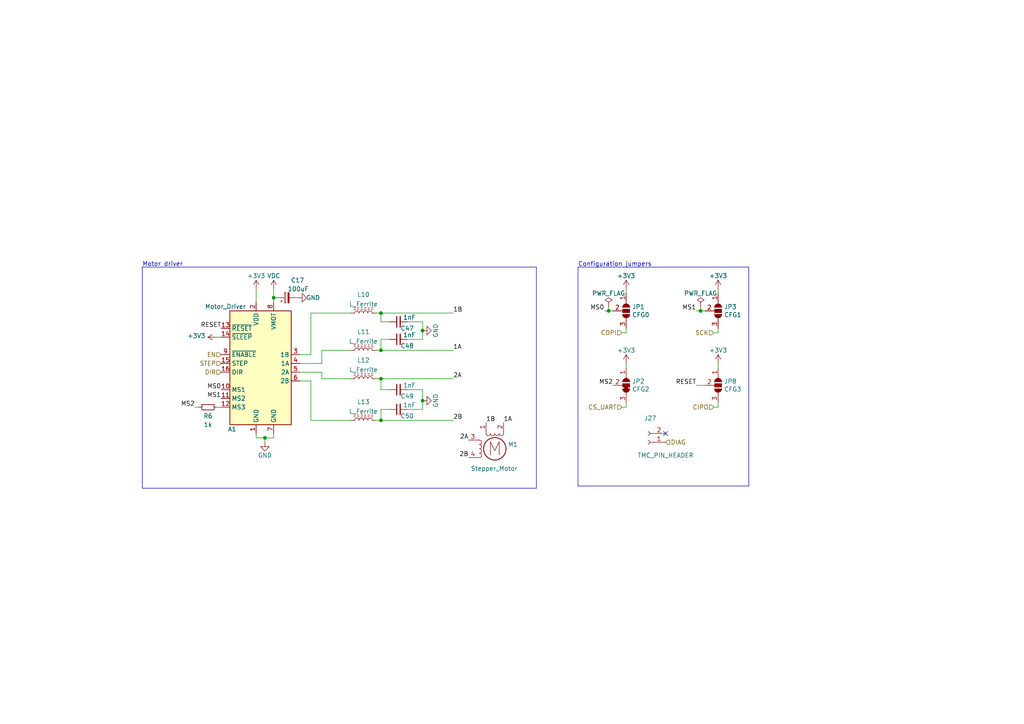
<source format=kicad_sch>
(kicad_sch (version 20230121) (generator eeschema)
  (paper "A4")
  (title_block (title "LumenPnP Motherboard") (date "2022-03-29") (rev "003") (company "Opulo"))
  (lib_symbols
    (symbol "Connector:Conn_01x02_Female" (pin_names (offset 1.016) hide)
      (property "Reference" "J" (at 0 2.54 0))
      (property "Value" "Conn_01x02_Female" (at 0 -5.08 0))
      (symbol "Conn_01x02_Female_1_1"
        (arc (start 0 -2.032) (mid -0.5058 -2.54) (end 0 -3.048) (stroke (width 0.1524)))
        (polyline (pts (xy -1.27 -2.54) (xy -0.508 -2.54)) (stroke (width 0.1524)))
        (polyline (pts (xy -1.27 0) (xy -0.508 0)) (stroke (width 0.1524)))
        (arc (start 0 0.508) (mid -0.5058 0) (end 0 -0.508) (stroke (width 0.1524)))
        (pin passive line (at -5.08 0 0) (length 3.81) (name "Pin_1") (number "1"))
        (pin passive line (at -5.08 -2.54 0) (length 3.81) (name "Pin_2") (number "2"))
      )
    )
    (symbol "Device:C_Polarized_Small" (pin_numbers hide) (pin_names (offset 0.254) hide)
      (property "Reference" "C" (at 0.254 1.778 0))
      (property "Value" "C_Polarized_Small" (at 0.254 -2.032 0))
      (symbol "C_Polarized_Small_0_1"
        (rectangle (start -1.524 -0.3048) (end 1.524 -0.6858) (fill (type outline)))
        (rectangle (start -1.524 0.6858) (end 1.524 0.3048))
        (polyline (pts (xy -1.27 1.524) (xy -0.762 1.524)))
        (polyline (pts (xy -1.016 1.27) (xy -1.016 1.778)))
      )
      (symbol "C_Polarized_Small_1_1"
        (pin passive line (at 0 2.54 270) (length 1.8542) (name "~") (number "1"))
        (pin passive line (at 0 -2.54 90) (length 1.8542) (name "~") (number "2"))
      )
    )
    (symbol "Device:C_Small" (pin_numbers hide) (pin_names (offset 0.254) hide)
      (property "Reference" "C" (at 0.254 1.778 0))
      (property "Value" "C_Small" (at 0.254 -2.032 0))
      (symbol "C_Small_0_1"
        (polyline (pts (xy -1.524 -0.508) (xy 1.524 -0.508)) (stroke (width 0.3302)))
        (polyline (pts (xy -1.524 0.508) (xy 1.524 0.508)) (stroke (width 0.3048)))
      )
      (symbol "C_Small_1_1"
        (pin passive line (at 0 2.54 270) (length 2.032) (name "~") (number "1"))
        (pin passive line (at 0 -2.54 90) (length 2.032) (name "~") (number "2"))
      )
    )
    (symbol "Device:L_Ferrite" (pin_numbers hide) (pin_names (offset 1.016) hide)
      (property "Reference" "L" (at -1.27 0 90))
      (property "Value" "L_Ferrite" (at 2.794 0 90))
      (symbol "L_Ferrite_0_1"
        (arc (start 0 -2.54) (mid 0.6323 -1.905) (end 0 -1.27))
        (arc (start 0 -1.27) (mid 0.6323 -0.635) (end 0 0))
        (polyline (pts (xy 1.016 -2.794) (xy 1.016 -2.286)))
        (polyline (pts (xy 1.016 -1.778) (xy 1.016 -1.27)))
        (polyline (pts (xy 1.016 -0.762) (xy 1.016 -0.254)))
        (polyline (pts (xy 1.016 0.254) (xy 1.016 0.762)))
        (polyline (pts (xy 1.016 1.27) (xy 1.016 1.778)))
        (polyline (pts (xy 1.016 2.286) (xy 1.016 2.794)))
        (polyline (pts (xy 1.524 -2.286) (xy 1.524 -2.794)))
        (polyline (pts (xy 1.524 -1.27) (xy 1.524 -1.778)))
        (polyline (pts (xy 1.524 -0.254) (xy 1.524 -0.762)))
        (polyline (pts (xy 1.524 0.762) (xy 1.524 0.254)))
        (polyline (pts (xy 1.524 1.778) (xy 1.524 1.27)))
        (polyline (pts (xy 1.524 2.794) (xy 1.524 2.286)))
        (arc (start 0 0) (mid 0.6323 0.635) (end 0 1.27))
        (arc (start 0 1.27) (mid 0.6323 1.905) (end 0 2.54))
      )
      (symbol "L_Ferrite_1_1"
        (pin passive line (at 0 3.81 270) (length 1.27) (name "1") (number "1"))
        (pin passive line (at 0 -3.81 90) (length 1.27) (name "2") (number "2"))
      )
    )
    (symbol "Device:R_Small" (pin_numbers hide) (pin_names (offset 0.254) hide)
      (property "Reference" "R" (at 0.762 0.508 0))
      (property "Value" "R_Small" (at 0.762 -1.016 0))
      (symbol "R_Small_0_1"
        (rectangle (start -0.762 1.778) (end 0.762 -1.778) (stroke (width 0.2032)))
      )
      (symbol "R_Small_1_1"
        (pin passive line (at 0 2.54 270) (length 0.762) (name "~") (number "1"))
        (pin passive line (at 0 -2.54 90) (length 0.762) (name "~") (number "2"))
      )
    )
    (symbol "Driver_Motor:Pololu_Breakout_A4988"
      (property "Reference" "A" (at -2.54 19.05 0))
      (property "Value" "Pololu_Breakout_A4988" (at -2.54 16.51 0))
      (symbol "Pololu_Breakout_A4988_0_1"
        (rectangle (start 10.16 -17.78) (end -7.62 15.24) (stroke (width 0.254)) (fill (type background)))
      )
      (symbol "Pololu_Breakout_A4988_1_1"
        (pin power_in line (at 0 -20.32 90) (length 2.54) (name "GND") (number "1"))
        (pin input line (at -10.16 -7.62 0) (length 2.54) (name "MS1") (number "10"))
        (pin input line (at -10.16 -10.16 0) (length 2.54) (name "MS2") (number "11"))
        (pin input line (at -10.16 -12.7 0) (length 2.54) (name "MS3") (number "12"))
        (pin input line (at -10.16 10.16 0) (length 2.54) (name "~{RESET}") (number "13"))
        (pin input line (at -10.16 7.62 0) (length 2.54) (name "~{SLEEP}") (number "14"))
        (pin input line (at -10.16 0 0) (length 2.54) (name "STEP") (number "15"))
        (pin input line (at -10.16 -2.54 0) (length 2.54) (name "DIR") (number "16"))
        (pin power_in line (at 0 17.78 270) (length 2.54) (name "VDD") (number "2"))
        (pin output line (at 12.7 2.54 180) (length 2.54) (name "1B") (number "3"))
        (pin output line (at 12.7 0 180) (length 2.54) (name "1A") (number "4"))
        (pin output line (at 12.7 -2.54 180) (length 2.54) (name "2A") (number "5"))
        (pin output line (at 12.7 -5.08 180) (length 2.54) (name "2B") (number "6"))
        (pin power_in line (at 5.08 -20.32 90) (length 2.54) (name "GND") (number "7"))
        (pin power_in line (at 5.08 17.78 270) (length 2.54) (name "VMOT") (number "8"))
        (pin input line (at -10.16 2.54 0) (length 2.54) (name "~{ENABLE}") (number "9"))
      )
    )
    (symbol "Jumper:SolderJumper_3_Open" (pin_names (offset 0) hide)
      (property "Reference" "JP" (at -2.54 -2.54 0))
      (property "Value" "SolderJumper_3_Open" (at 0 2.794 0))
      (symbol "SolderJumper_3_Open_0_1"
        (arc (start -1.016 1.016) (mid -2.0276 0) (end -1.016 -1.016))
        (arc (start -1.016 1.016) (mid -2.0276 0) (end -1.016 -1.016) (fill (type outline)))
        (rectangle (start -0.508 1.016) (end 0.508 -1.016) (fill (type outline)))
        (polyline (pts (xy -2.54 0) (xy -2.032 0)))
        (polyline (pts (xy -1.016 1.016) (xy -1.016 -1.016)))
        (polyline (pts (xy 0 -1.27) (xy 0 -1.016)))
        (polyline (pts (xy 1.016 1.016) (xy 1.016 -1.016)))
        (polyline (pts (xy 2.54 0) (xy 2.032 0)))
        (arc (start 1.016 -1.016) (mid 2.0276 0) (end 1.016 1.016))
        (arc (start 1.016 -1.016) (mid 2.0276 0) (end 1.016 1.016) (fill (type outline)))
      )
      (symbol "SolderJumper_3_Open_1_1"
        (pin passive line (at -5.08 0 0) (length 2.54) (name "A") (number "1"))
        (pin passive line (at 0 -3.81 90) (length 2.54) (name "C") (number "2"))
        (pin passive line (at 5.08 0 180) (length 2.54) (name "B") (number "3"))
      )
    )
    (symbol "Motor:Stepper_Motor_bipolar" (pin_names (offset 0) hide)
      (property "Reference" "M" (at 3.81 2.54 0))
      (property "Value" "Stepper_Motor_bipolar" (at 3.81 1.27 0))
      (symbol "Stepper_Motor_bipolar_0_0"
        (polyline (pts (xy -1.27 -1.778) (xy -1.27 2.032) (xy 0 -0.508) (xy 1.27 2.032) (xy 1.27 -1.778)))
      )
      (symbol "Stepper_Motor_bipolar_0_1"
        (arc (start -4.445 -2.54) (mid -3.8127 -1.905) (end -4.445 -1.27))
        (arc (start -4.445 -1.27) (mid -3.8127 -0.635) (end -4.445 0))
        (arc (start -4.445 0) (mid -3.8127 0.635) (end -4.445 1.27))
        (arc (start -4.445 1.27) (mid -3.8127 1.905) (end -4.445 2.54))
        (arc (start -2.54 4.445) (mid -1.905 3.8127) (end -1.27 4.445))
        (arc (start -1.27 4.445) (mid -0.635 3.8127) (end 0 4.445))
        (polyline (pts (xy -5.08 -2.54) (xy -4.445 -2.54)))
        (polyline (pts (xy -5.08 2.54) (xy -4.445 2.54)))
        (polyline (pts (xy -2.54 5.08) (xy -2.54 4.445)))
        (polyline (pts (xy 2.54 5.08) (xy 2.54 4.445)))
        (circle (center 0 0) (radius 3.2512) (stroke (width 0.254)))
        (arc (start 0 4.445) (mid 0.635 3.8127) (end 1.27 4.445))
        (arc (start 1.27 4.445) (mid 1.905 3.8127) (end 2.54 4.445))
      )
      (symbol "Stepper_Motor_bipolar_1_1"
        (pin passive line (at -2.54 7.62 270) (length 2.54) (name "~") (number "1"))
        (pin passive line (at 2.54 7.62 270) (length 2.54) (name "-") (number "2"))
        (pin passive line (at -7.62 2.54 0) (length 2.54) (name "~") (number "3"))
        (pin passive line (at -7.62 -2.54 0) (length 2.54) (name "~") (number "4"))
      )
    )
    (symbol "index:SolderJumper_3_Bridged23" (pin_names (offset 0) hide)
      (property "Reference" "JP" (at -2.54 -2.54 0))
      (property "Value" "SolderJumper_3_Bridged23" (at 0 2.794 0))
      (symbol "SolderJumper_3_Bridged23_0_1"
        (rectangle (start -1.016 0.508) (end -0.508 -0.508) (fill (type outline)))
        (arc (start -1.016 1.016) (mid -2.0276 0) (end -1.016 -1.016))
        (arc (start -1.016 1.016) (mid -2.0276 0) (end -1.016 -1.016) (fill (type outline)))
        (rectangle (start -0.508 1.016) (end 0.508 -1.016) (fill (type outline)))
        (polyline (pts (xy -2.54 0) (xy -2.032 0)))
        (polyline (pts (xy -1.016 1.016) (xy -1.016 -1.016)))
        (polyline (pts (xy 0 -1.27) (xy 0 -1.016)))
        (polyline (pts (xy 1.016 1.016) (xy 1.016 -1.016)))
        (polyline (pts (xy 2.54 0) (xy 2.032 0)))
        (arc (start 1.016 -1.016) (mid 2.0276 0) (end 1.016 1.016))
        (arc (start 1.016 -1.016) (mid 2.0276 0) (end 1.016 1.016) (fill (type outline)))
      )
      (symbol "SolderJumper_3_Bridged23_1_1"
        (pin passive line (at 5.08 0 180) (length 2.54) (name "B") (number "1"))
        (pin input line (at 0 -3.81 90) (length 2.54) (name "C") (number "2"))
        (pin passive line (at -5.08 0 0) (length 2.54) (name "A") (number "3"))
      )
    )
    (symbol "power:+3.3V" (power) (pin_names (offset 0))
      (property "Value" "+3.3V" (at 0 3.556 0))
      (symbol "+3.3V_0_1"
        (polyline (pts (xy -0.762 1.27) (xy 0 2.54)))
        (polyline (pts (xy 0 0) (xy 0 2.54)))
        (polyline (pts (xy 0 2.54) (xy 0.762 1.27)))
      )
      (symbol "+3.3V_1_1"
        (pin power_in line (at 0 0 90) (length 0) hide (name "+3V3") (number "1"))
      )
    )
    (symbol "power:+3V3" (power) (pin_names (offset 0))
      (property "Value" "+3V3" (at 0 3.556 0))
      (symbol "+3V3_0_1"
        (polyline (pts (xy -0.762 1.27) (xy 0 2.54)))
        (polyline (pts (xy 0 0) (xy 0 2.54)))
        (polyline (pts (xy 0 2.54) (xy 0.762 1.27)))
      )
      (symbol "+3V3_1_1"
        (pin power_in line (at 0 0 90) (length 0) hide (name "+3V3") (number "1"))
      )
    )
    (symbol "power:GND" (power) (pin_names (offset 0))
      (property "Value" "GND" (at 0 -3.81 0))
      (symbol "GND_0_1"
        (polyline (pts (xy 0 0) (xy 0 -1.27) (xy 1.27 -1.27) (xy 0 -2.54) (xy -1.27 -1.27) (xy 0 -1.27)))
      )
      (symbol "GND_1_1"
        (pin power_in line (at 0 0 270) (length 0) hide (name "GND") (number "1"))
      )
    )
    (symbol "power:PWR_FLAG" (power) (pin_numbers hide) (pin_names (offset 0) hide)
      (property "Value" "PWR_FLAG" (at 0 3.81 0))
      (symbol "PWR_FLAG_0_0"
        (pin power_out line (at 0 0 90) (length 0) (name "pwr") (number "1"))
      )
      (symbol "PWR_FLAG_0_1"
        (polyline (pts (xy 0 0) (xy 0 1.27) (xy -1.016 1.905) (xy 0 2.54) (xy 1.016 1.905) (xy 0 1.27)))
      )
    )
    (symbol "power:VDC" (power) (pin_names (offset 0))
      (property "Value" "VDC" (at 0 6.35 0))
      (symbol "VDC_0_1"
        (polyline (pts (xy -0.762 1.27) (xy 0 2.54)))
        (polyline (pts (xy 0 0) (xy 0 2.54)))
        (polyline (pts (xy 0 2.54) (xy 0.762 1.27)))
      )
      (symbol "VDC_1_1"
        (pin power_in line (at 0 0 90) (length 0) hide (name "VDC") (number "1"))
      )
    )
  )
  (junction (at 110.49 109.855))
  (junction (at 79.375 86.36))
  (junction (at 110.49 101.6))
  (junction (at 122.555 95.885))
  (junction (at 110.49 90.805))
  (junction (at 110.49 121.92))
  (junction (at 176.53 90.17))
  (junction (at 122.555 116.205))
  (junction (at 76.835 127))
  (junction (at 203.2 90.17))
  (no_connect (at 193.04 125.73))
  (wire (pts (xy 79.375 83.82) (xy 79.375 86.36)))
  (polyline (pts (xy 155.575 141.605) (xy 41.275 141.605)))
  (wire (pts (xy 110.49 90.805) (xy 131.445 90.805)))
  (wire (pts (xy 90.17 110.49) (xy 90.17 121.92)))
  (wire (pts (xy 180.34 96.52) (xy 181.61 96.52)))
  (wire (pts (xy 208.28 83.82) (xy 208.28 85.09)))
  (polyline (pts (xy 167.64 77.47) (xy 217.17 77.47)))
  (wire (pts (xy 207.01 96.52) (xy 208.28 96.52)))
  (wire (pts (xy 79.375 86.36) (xy 79.375 87.63)))
  (wire (pts (xy 122.555 116.205) (xy 122.555 118.745)))
  (wire (pts (xy 86.995 107.95) (xy 93.345 107.95)))
  (wire (pts (xy 86.995 105.41) (xy 93.345 105.41)))
  (wire (pts (xy 207.01 118.11) (xy 208.28 118.11)))
  (wire (pts (xy 110.49 121.92) (xy 110.49 118.745)))
  (wire (pts (xy 203.2 88.9) (xy 203.2 90.17)))
  (wire (pts (xy 175.26 90.17) (xy 176.53 90.17)))
  (wire (pts (xy 118.11 113.03) (xy 122.555 113.03)))
  (wire (pts (xy 74.295 127) (xy 76.835 127)))
  (wire (pts (xy 110.49 113.03) (xy 113.03 113.03)))
  (wire (pts (xy 176.53 90.17) (xy 177.8 90.17)))
  (polyline (pts (xy 41.275 77.47) (xy 155.575 77.47)))
  (wire (pts (xy 208.28 105.41) (xy 208.28 106.68)))
  (wire (pts (xy 93.345 109.855) (xy 101.6 109.855)))
  (wire (pts (xy 109.22 101.6) (xy 110.49 101.6)))
  (wire (pts (xy 110.49 98.425) (xy 113.03 98.425)))
  (wire (pts (xy 208.28 96.52) (xy 208.28 95.25)))
  (wire (pts (xy 122.555 118.745) (xy 118.11 118.745)))
  (wire (pts (xy 86.995 110.49) (xy 90.17 110.49)))
  (wire (pts (xy 93.345 101.6) (xy 101.6 101.6)))
  (polyline (pts (xy 167.64 77.47) (xy 167.64 140.97)))
  (wire (pts (xy 203.2 90.17) (xy 201.93 90.17)))
  (wire (pts (xy 122.555 95.885) (xy 122.555 93.345)))
  (wire (pts (xy 110.49 90.805) (xy 110.49 93.345)))
  (wire (pts (xy 203.2 90.17) (xy 204.47 90.17)))
  (wire (pts (xy 110.49 109.855) (xy 131.445 109.855)))
  (wire (pts (xy 122.555 98.425) (xy 122.555 95.885)))
  (wire (pts (xy 93.345 105.41) (xy 93.345 101.6)))
  (wire (pts (xy 79.375 86.36) (xy 80.645 86.36)))
  (wire (pts (xy 86.995 102.87) (xy 90.17 102.87)))
  (wire (pts (xy 208.28 118.11) (xy 208.28 116.84)))
  (wire (pts (xy 118.11 98.425) (xy 122.555 98.425)))
  (wire (pts (xy 181.61 96.52) (xy 181.61 95.25)))
  (polyline (pts (xy 155.575 77.47) (xy 155.575 141.605)))
  (wire (pts (xy 110.49 118.745) (xy 113.03 118.745)))
  (wire (pts (xy 110.49 101.6) (xy 131.445 101.6)))
  (wire (pts (xy 79.375 125.73) (xy 79.375 127)))
  (wire (pts (xy 180.34 118.11) (xy 181.61 118.11)))
  (polyline (pts (xy 217.17 140.97) (xy 167.64 140.97)))
  (wire (pts (xy 76.835 128.27) (xy 76.835 127)))
  (wire (pts (xy 74.295 127) (xy 74.295 125.73)))
  (wire (pts (xy 122.555 113.03) (xy 122.555 116.205)))
  (wire (pts (xy 110.49 109.855) (xy 110.49 113.03)))
  (wire (pts (xy 201.93 111.76) (xy 204.47 111.76)))
  (wire (pts (xy 181.61 105.41) (xy 181.61 106.68)))
  (polyline (pts (xy 217.17 77.47) (xy 217.17 140.97)))
  (wire (pts (xy 93.345 107.95) (xy 93.345 109.855)))
  (wire (pts (xy 110.49 121.92) (xy 131.445 121.92)))
  (wire (pts (xy 110.49 101.6) (xy 110.49 98.425)))
  (wire (pts (xy 90.17 90.805) (xy 90.17 102.87)))
  (wire (pts (xy 90.17 90.805) (xy 101.6 90.805)))
  (wire (pts (xy 90.17 121.92) (xy 101.6 121.92)))
  (wire (pts (xy 109.22 90.805) (xy 110.49 90.805)))
  (wire (pts (xy 181.61 118.11) (xy 181.61 116.84)))
  (wire (pts (xy 74.295 83.82) (xy 74.295 87.63)))
  (wire (pts (xy 62.865 97.79) (xy 64.135 97.79)))
  (wire (pts (xy 176.53 88.9) (xy 176.53 90.17)))
  (wire (pts (xy 85.725 86.36) (xy 86.36 86.36)))
  (wire (pts (xy 110.49 93.345) (xy 113.03 93.345)))
  (polyline (pts (xy 41.275 77.47) (xy 41.275 141.605)))
  (wire (pts (xy 56.515 118.11) (xy 57.785 118.11)))
  (wire (pts (xy 181.61 83.82) (xy 181.61 85.09)))
  (wire (pts (xy 122.555 93.345) (xy 118.11 93.345)))
  (wire (pts (xy 79.375 127) (xy 76.835 127)))
  (wire (pts (xy 109.22 121.92) (xy 110.49 121.92)))
  (wire (pts (xy 62.865 118.11) (xy 64.135 118.11)))
  (wire (pts (xy 109.22 109.855) (xy 110.49 109.855)))
  (text "Motor driver" (at 41.275 77.47 0) (effects (font (size 1.27 1.27)) (justify left bottom)))
  (text "Configuration jumpers" (at 167.64 77.47 0) (effects (font (size 1.27 1.27)) (justify left bottom)))
  (label "2B" (at 135.89 132.715 180))
  (label "RESET" (at 64.135 95.25 180))
  (label "2A" (at 135.89 127.635 180))
  (label "RESET" (at 201.93 111.76 180))
  (label "MS1" (at 64.135 115.57 180))
  (label "1A" (at 131.445 101.6 0))
  (label "MS0" (at 64.135 113.03 180))
  (label "2B" (at 131.445 121.92 0))
  (label "MS1" (at 201.93 90.17 180))
  (label "MS2" (at 177.8 111.76 180))
  (label "1B" (at 140.97 122.555 0))
  (label "2A" (at 131.445 109.855 0))
  (label "1B" (at 131.445 90.805 0))
  (label "MS2" (at 56.515 118.11 180))
  (label "1A" (at 146.05 122.555 0))
  (label "MS0" (at 175.26 90.17 180))
  (hierarchical_label "STEP" (shape input) (at 64.135 105.41 180))
  (hierarchical_label "DIAG" (shape input) (at 193.04 128.27 0))
  (hierarchical_label "DIR" (shape input) (at 64.135 107.95 180))
  (hierarchical_label "CS_UART" (shape input) (at 180.34 118.11 180))
  (hierarchical_label "EN" (shape input) (at 64.135 102.87 180))
  (hierarchical_label "SCK" (shape input) (at 207.01 96.52 180))
  (hierarchical_label "COPI" (shape input) (at 180.34 96.52 180))
  (hierarchical_label "CIPO" (shape input) (at 207.01 118.11 180))
  (symbol (lib_id "power:+3.3V") (at 208.28 105.41 0) (unit 1)
    (property "Reference" "#PWR0142" (effects hide))
    (property "Value" "+3.3V" (at 208.28 101.6 0))
    (instances (project "mobo" (path "" (reference "#PWR0142") (unit 1)) (path "" (reference "#PWR0181") (unit 1)) (path "" (reference "#PWR0204") (unit 1)) (path "" (reference "#PWR0213") (unit 1))))
  )
  (symbol (lib_id "Device:R_Small") (at 60.325 118.11 270) (unit 1)
    (property "Reference" "R6" (at 60.325 120.65 90))
    (property "Value" "1k" (at 60.325 123.19 90))
    (property "Footprint" "Resistor_SMD:R_0805_2012Metric" (effects hide))
    (property "JLCPCB" "C17513" (effects hide))
    (property "LCSC" "C17513" (effects hide))
    (property "Notes" "125mW/1%" (effects hide))
    (instances (project "mobo" (path "" (reference "R6") (unit 1)) (path "" (reference "R7") (unit 1)) (path "" (reference "R8") (unit 1)) (path "" (reference "R9") (unit 1))))
  )
  (symbol (lib_id "power:+3.3V") (at 181.61 83.82 0) (unit 1)
    (property "Reference" "#PWR0144" (effects hide))
    (property "Value" "+3.3V" (at 181.61 80.01 0))
    (instances (project "mobo" (path "" (reference "#PWR0144") (unit 1)) (path "" (reference "#PWR0182") (unit 1)) (path "" (reference "#PWR0205") (unit 1)) (path "" (reference "#PWR0214") (unit 1))))
  )
  (symbol (lib_id "Device:L_Ferrite") (at 105.41 121.92 90) (unit 1)
    (property "Reference" "L13" (at 105.41 116.5565 90))
    (property "Value" "L_Ferrite" (at 105.41 119.3316 90))
    (property "Footprint" "Inductor_SMD:L_0805_2012Metric" (effects hide))
    (property "Digikey" "1934-1472-1-ND" (effects hide))
    (property "Notes" "120R @ 100MHz/6A" (effects hide))
    (property "LCSC" "C79382" (effects hide))
    (instances (project "mobo" (path "" (reference "L13") (unit 1)) (path "" (reference "L9") (unit 1)) (path "" (reference "L5") (unit 1)) (path "" (reference "L17") (unit 1))))
  )
  (symbol (lib_id "power:GND") (at 76.835 128.27 0) (unit 1)
    (property "Reference" "#PWR0179" (effects hide))
    (property "Value" "GND" (at 76.835 132.08 0))
    (instances (project "mobo" (path "" (reference "#PWR0179") (unit 1)) (path "" (reference "#PWR0202") (unit 1)) (path "" (reference "#PWR0211") (unit 1)) (path "" (reference "#PWR0220") (unit 1))))
  )
  (symbol (lib_id "power:+3.3V") (at 62.865 97.79 90) (unit 1)
    (property "Reference" "#PWR0176" (effects hide))
    (property "Value" "+3.3V" (at 59.6138 97.409 90) (effects (justify left)))
    (instances (project "mobo" (path "" (reference "#PWR0176") (unit 1)) (path "" (reference "#PWR0199") (unit 1)) (path "" (reference "#PWR0208") (unit 1)) (path "" (reference "#PWR0217") (unit 1))))
  )
  (symbol (lib_id "power:PWR_FLAG") (at 203.2 88.9 0) (unit 1)
    (property "Reference" "#FLG0104" (effects hide))
    (property "Value" "PWR_FLAG" (at 203.2 85.09 0))
    (instances (project "mobo" (path "" (reference "#FLG0104") (unit 1)) (path "" (reference "#FLG0107") (unit 1)) (path "" (reference "#FLG0110") (unit 1)) (path "" (reference "#FLG0113") (unit 1))))
  )
  (symbol (lib_id "Device:C_Small") (at 115.57 113.03 90) (unit 1)
    (property "Reference" "C49" (at 118.11 114.935 90))
    (property "Value" "1nF" (at 118.745 111.76 90))
    (property "Footprint" "Capacitor_SMD:C_0805_2012Metric" (effects hide))
    (property "Digikey" "1276-1020-1-ND" (effects hide))
    (property "Notes" "50V/10%" (effects hide))
    (property "LCSC" "C94121" (effects hide))
    (instances (project "mobo" (path "" (reference "C49") (unit 1)) (path "" (reference "C45") (unit 1)) (path "" (reference "C41") (unit 1)) (path "" (reference "C53") (unit 1))))
  )
  (symbol (lib_id "power:+3.3V") (at 181.61 105.41 0) (unit 1)
    (property "Reference" "#PWR0117" (effects hide))
    (property "Value" "+3.3V" (at 181.61 101.6 0))
    (instances (project "mobo" (path "" (reference "#PWR0117") (unit 1)) (path "" (reference "#PWR0180") (unit 1)) (path "" (reference "#PWR0203") (unit 1)) (path "" (reference "#PWR0212") (unit 1))))
  )
  (symbol (lib_id "Driver_Motor:Pololu_Breakout_A4988") (at 74.295 105.41 0) (unit 1)
    (property "Reference" "A1" (at 67.31 124.46 0))
    (property "Value" "Motor_Driver" (at 65.405 88.9 0))
    (property "Footprint" "Module:Pololu_Breakout-16_15.2x20.3mm" (effects hide))
    (property "Datasheet" "https://www.pololu.com/product/2980/pictures" (effects hide))
    (property "Digikey" "1460-TMC2209SILENTSTEPSTICK-ND" (effects hide))
    (property "Notes" "BIGTREETECH TMC2209" (effects hide))
    (property "LCSC" "C27438 x2" (effects hide))
    (instances (project "mobo" (path "" (reference "A1") (unit 1)) (path "" (reference "A2") (unit 1)) (path "" (reference "A3") (unit 1)) (path "" (reference "A4") (unit 1))))
  )
  (symbol (lib_id "power:GND") (at 86.36 86.36 90) (unit 1)
    (property "Reference" "#PWR0166" (effects hide))
    (property "Value" "GND" (at 90.805 86.36 90))
    (instances (project "mobo" (path "" (reference "#PWR0166") (unit 1)) (path "" (reference "#PWR0184") (unit 1)) (path "" (reference "#PWR0207") (unit 1)) (path "" (reference "#PWR0216") (unit 1))))
  )
  (symbol (lib_id "Device:C_Small") (at 115.57 118.745 90) (unit 1)
    (property "Reference" "C50" (at 118.11 120.65 90))
    (property "Value" "1nF" (at 118.745 117.475 90))
    (property "Footprint" "Capacitor_SMD:C_0805_2012Metric" (effects hide))
    (property "Digikey" "1276-1020-1-ND" (effects hide))
    (property "Notes" "50V/10%" (effects hide))
    (property "LCSC" "C94121" (effects hide))
    (instances (project "mobo" (path "" (reference "C50") (unit 1)) (path "" (reference "C46") (unit 1)) (path "" (reference "C42") (unit 1)) (path "" (reference "C54") (unit 1))))
  )
  (symbol (lib_id "Device:C_Small") (at 115.57 93.345 90) (unit 1)
    (property "Reference" "C47" (at 118.11 95.25 90))
    (property "Value" "1nF" (at 118.745 92.075 90))
    (property "Footprint" "Capacitor_SMD:C_0805_2012Metric" (effects hide))
    (property "Digikey" "1276-1020-1-ND" (effects hide))
    (property "Notes" "50V/10%" (effects hide))
    (property "LCSC" "C94121" (effects hide))
    (instances (project "mobo" (path "" (reference "C47") (unit 1)) (path "" (reference "C43") (unit 1)) (path "" (reference "C26") (unit 1)) (path "" (reference "C51") (unit 1))))
  )
  (symbol (lib_id "Device:C_Small") (at 115.57 98.425 90) (unit 1)
    (property "Reference" "C48" (at 118.11 100.33 90))
    (property "Value" "1nF" (at 118.745 97.155 90))
    (property "Footprint" "Capacitor_SMD:C_0805_2012Metric" (effects hide))
    (property "Digikey" "1276-1020-1-ND" (effects hide))
    (property "Notes" "50V/10%" (effects hide))
    (property "LCSC" "C94121" (effects hide))
    (instances (project "mobo" (path "" (reference "C48") (unit 1)) (path "" (reference "C44") (unit 1)) (path "" (reference "C40") (unit 1)) (path "" (reference "C52") (unit 1))))
  )
  (symbol (lib_id "power:+3.3V") (at 208.28 83.82 0) (unit 1)
    (property "Reference" "#PWR0156" (effects hide))
    (property "Value" "+3.3V" (at 208.28 80.01 0))
    (instances (project "mobo" (path "" (reference "#PWR0156") (unit 1)) (path "" (reference "#PWR0183") (unit 1)) (path "" (reference "#PWR0206") (unit 1)) (path "" (reference "#PWR0215") (unit 1))))
  )
  (symbol (lib_id "power:VDC") (at 79.375 83.82 0) (unit 1)
    (property "Reference" "#PWR0178" (effects hide))
    (property "Value" "VDC" (at 79.375 80.01 0))
    (instances (project "mobo" (path "" (reference "#PWR0178") (unit 1)) (path "" (reference "#PWR0201") (unit 1)) (path "" (reference "#PWR0210") (unit 1)) (path "" (reference "#PWR0219") (unit 1))))
  )
  (symbol (lib_id "Device:C_Polarized_Small") (at 83.185 86.36 90) (unit 1)
    (property "Reference" "C17" (at 88.265 81.28 90) (effects (justify left)))
    (property "Value" "100uF" (at 89.535 83.82 90) (effects (justify left)))
    (property "Footprint" "Capacitor_SMD:CP_Elec_6.3x7.7" (effects hide))
    (property "Digikey" "493-2203-1-ND" (effects hide))
    (property "JLCPCB" "C99837" (effects hide))
    (property "LCSC" "C3339" (effects hide))
    (property "Mouser" "647-UWT1V101MCL1S" (effects hide))
    (property "Notes" "35V/20%/Aluminum" (effects hide))
    (instances (project "mobo" (path "" (reference "C17") (unit 1)) (path "" (reference "C18") (unit 1)) (path "" (reference "C19") (unit 1)) (path "" (reference "C20") (unit 1))))
  )
  (symbol (lib_id "Jumper:SolderJumper_3_Open") (at 181.61 90.17 270) (unit 1)
    (property "Reference" "JP1" (at 183.3372 89.0016 90) (effects (justify left)))
    (property "Value" "CFG0" (at 183.3372 91.313 90) (effects (justify left)))
    (property "Footprint" "Jumper:SolderJumper-3_P1.3mm_Open_RoundedPad1.0x1.5mm" (effects hide))
    (property "LCSC" "DNP" (effects hide))
    (instances (project "mobo" (path "" (reference "JP1") (unit 1)) (path "" (reference "JP5") (unit 1)) (path "" (reference "JP9") (unit 1)) (path "" (reference "JP13") (unit 1))))
  )
  (symbol (lib_id "power:GND") (at 122.555 116.205 90) (unit 1)
    (property "Reference" "#PWR0124" (effects hide))
    (property "Value" "GND" (at 126.365 116.205 0))
    (instances (project "mobo" (path "" (reference "#PWR0124") (unit 1)) (path "" (reference "#PWR0122") (unit 1)) (path "" (reference "#PWR0120") (unit 1)) (path "" (reference "#PWR0126") (unit 1))))
  )
  (symbol (lib_id "power:PWR_FLAG") (at 176.53 88.9 0) (unit 1)
    (property "Reference" "#FLG0106" (effects hide))
    (property "Value" "PWR_FLAG" (at 176.53 85.09 0))
    (instances (project "mobo" (path "" (reference "#FLG0106") (unit 1)) (path "" (reference "#FLG0109") (unit 1)) (path "" (reference "#FLG0112") (unit 1)) (path "" (reference "#FLG0115") (unit 1))))
  )
  (symbol (lib_id "power:GND") (at 122.555 95.885 90) (unit 1)
    (property "Reference" "#PWR0123" (effects hide))
    (property "Value" "GND" (at 126.365 95.885 0))
    (instances (project "mobo" (path "" (reference "#PWR0123") (unit 1)) (path "" (reference "#PWR0121") (unit 1)) (path "" (reference "#PWR0119") (unit 1)) (path "" (reference "#PWR0125") (unit 1))))
  )
  (symbol (lib_id "Device:L_Ferrite") (at 105.41 90.805 90) (unit 1)
    (property "Reference" "L10" (at 105.41 85.4415 90))
    (property "Value" "L_Ferrite" (at 105.41 88.2166 90))
    (property "Footprint" "Inductor_SMD:L_0805_2012Metric" (effects hide))
    (property "Digikey" "1934-1472-1-ND" (effects hide))
    (property "Notes" "120R @ 100MHz/6A" (effects hide))
    (property "LCSC" "C79382" (effects hide))
    (instances (project "mobo" (path "" (reference "L10") (unit 1)) (path "" (reference "L6") (unit 1)) (path "" (reference "L2") (unit 1)) (path "" (reference "L14") (unit 1))))
  )
  (symbol (lib_id "Jumper:SolderJumper_3_Open") (at 208.28 111.76 270) (unit 1)
    (property "Reference" "JP8" (at 210.0072 110.5916 90) (effects (justify left)))
    (property "Value" "CFG3" (at 210.0072 112.903 90) (effects (justify left)))
    (property "Footprint" "Jumper:SolderJumper-3_P1.3mm_Open_RoundedPad1.0x1.5mm" (effects hide))
    (property "LCSC" "DNP" (effects hide))
    (instances (project "mobo" (path "" (reference "JP8") (unit 1)) (path "" (reference "JP12") (unit 1)) (path "" (reference "JP4") (unit 1)) (path "" (reference "JP16") (unit 1))))
  )
  (symbol (lib_id "power:+3V3") (at 74.295 83.82 0) (unit 1)
    (property "Reference" "#PWR0177" (effects hide))
    (property "Value" "+3V3" (at 74.295 80.01 0))
    (instances (project "mobo" (path "" (reference "#PWR0177") (unit 1)) (path "" (reference "#PWR0200") (unit 1)) (path "" (reference "#PWR0209") (unit 1)) (path "" (reference "#PWR0218") (unit 1))))
  )
  (symbol (lib_id "Device:L_Ferrite") (at 105.41 101.6 90) (unit 1)
    (property "Reference" "L11" (at 105.41 96.2365 90))
    (property "Value" "L_Ferrite" (at 105.41 99.0116 90))
    (property "Footprint" "Inductor_SMD:L_0805_2012Metric" (effects hide))
    (property "Digikey" "1934-1472-1-ND" (effects hide))
    (property "Notes" "120R @ 100MHz/6A" (effects hide))
    (property "LCSC" "C79382" (effects hide))
    (instances (project "mobo" (path "" (reference "L11") (unit 1)) (path "" (reference "L7") (unit 1)) (path "" (reference "L3") (unit 1)) (path "" (reference "L15") (unit 1))))
  )
  (symbol (lib_id "index:SolderJumper_3_Bridged23") (at 181.61 111.76 270) (mirror x) (unit 1)
    (property "Reference" "JP2" (at 183.3372 110.5916 90) (effects (justify left)))
    (property "Value" "CFG2" (at 183.3372 112.903 90) (effects (justify left)))
    (property "Footprint" "index:SolderJumper-3_P1.3mm_Bridged23_RoundedPad1.0x1.5mm" (effects hide))
    (property "LCSC" "DNP" (effects hide))
    (instances (project "mobo" (path "" (reference "JP2") (unit 1)) (path "" (reference "JP6") (unit 1)) (path "" (reference "JP10") (unit 1)) (path "" (reference "JP14") (unit 1))))
  )
  (symbol (lib_id "Motor:Stepper_Motor_bipolar") (at 143.51 130.175 0) (unit 1)
    (property "Reference" "M1" (at 147.32 128.905 0) (effects (justify left)))
    (property "Value" "Stepper_Motor" (at 136.525 135.89 0) (effects (justify left)))
    (property "Footprint" "Connector_JST:JST_XH_B4B-XH-A_1x04_P2.50mm_Vertical" (effects hide))
    (property "Datasheet" "http://www.infineon.com/dgdl/Application-Note-TLE8110EE_driving_UniPolarStepperMotor_V1.1.pdf?fileId=db3a30431be39b97011be5d0aa0a00b0" (effects hide))
    (property "LCSC" "C37815" (effects hide))
    (property "JLCPCB" "C37815" (effects hide))
    (property "Digikey" "455-2249-ND" (effects hide))
    (instances (project "mobo" (path "" (reference "M1") (unit 1)) (path "" (reference "M2") (unit 1)) (path "" (reference "M3") (unit 1)) (path "" (reference "M4") (unit 1))))
  )
  (symbol (lib_id "Device:L_Ferrite") (at 105.41 109.855 90) (unit 1)
    (property "Reference" "L12" (at 105.41 104.4915 90))
    (property "Value" "L_Ferrite" (at 105.41 107.2666 90))
    (property "Footprint" "Inductor_SMD:L_0805_2012Metric" (effects hide))
    (property "Digikey" "1934-1472-1-ND" (effects hide))
    (property "Notes" "120R @ 100MHz/6A" (effects hide))
    (property "LCSC" "C79382" (effects hide))
    (instances (project "mobo" (path "" (reference "L12") (unit 1)) (path "" (reference "L8") (unit 1)) (path "" (reference "L4") (unit 1)) (path "" (reference "L16") (unit 1))))
  )
  (symbol (lib_id "Jumper:SolderJumper_3_Open") (at 208.28 90.17 270) (unit 1)
    (property "Reference" "JP3" (at 210.0072 89.0016 90) (effects (justify left)))
    (property "Value" "CFG1" (at 210.0072 91.313 90) (effects (justify left)))
    (property "Footprint" "Jumper:SolderJumper-3_P1.3mm_Open_RoundedPad1.0x1.5mm" (effects hide))
    (property "LCSC" "DNP" (effects hide))
    (instances (project "mobo" (path "" (reference "JP3") (unit 1)) (path "" (reference "JP7") (unit 1)) (path "" (reference "JP11") (unit 1)) (path "" (reference "JP15") (unit 1))))
  )
  (symbol (lib_id "Connector:Conn_01x02_Female") (at 187.96 128.27 180) (unit 1)
    (property "Reference" "J27" (at 188.595 121.3063 0))
    (property "Value" "TMC_PIN_HEADER" (at 193.04 132.08 0))
    (property "Footprint" "Connector_PinSocket_2.54mm:PinSocket_1x02_P2.54mm_Vertical" (effects hide))
    (property "LCSC" "C49661" (effects hide))
    (instances (project "mobo" (path "" (reference "J27") (unit 1)) (path "" (reference "J26") (unit 1)) (path "" (reference "J21") (unit 1)) (path "" (reference "J28") (unit 1))))
  )
)
</source>
